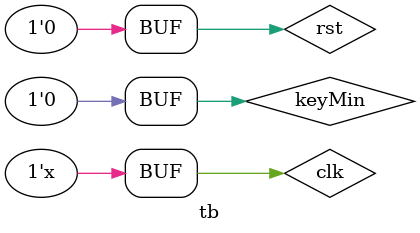
<source format=v>
`timescale 1ns/1ps
module tb;
	reg clk,rst;
	reg keyHr, keyMin, keySec;
	wire [6:0] hrSegL, hrSegH, minSegL, minSegH, secSegL, secSegH;

initial begin
	clk = 1'b0;
	keyMin = 0;
	rst = 1'b1;
	#20 rst = 1'b0;
end		

always begin	#0.05 clk = ~clk;
end 

always  begin
	#90 keyMin = 0;
	#5555 keyMin = 1;
	#6 keyMin = 0;
	#6 keyMin = 1;
	#7 keyMin = 0;
	#9 keyMin = 1;
	#1 keyMin = 0;
end

top_clk the_top(
	.clk,.rst,
	.keyHr(0), .keyMin(0/*keyMin*/), .keySec(0),
	.hrSegL, .hrSegH, .minSegL, .minSegH, .secSegL, .secSegH
);

endmodule 
</source>
